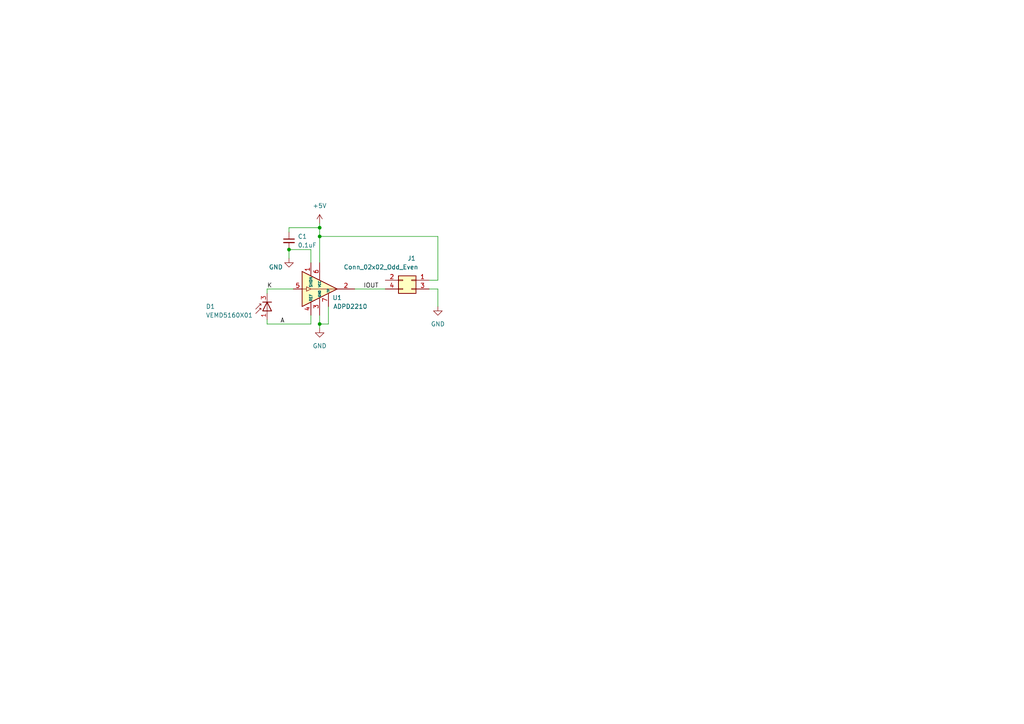
<source format=kicad_sch>
(kicad_sch (version 20230121) (generator eeschema)
  (paper "A4")
  (lib_symbols
    (symbol "Connector_Generic:Conn_02x02_Odd_Even" (pin_names (offset 1.016) hide)
      (property "Reference" "J" (at 1.27 2.54 0))
      (property "Value" "Conn_02x02_Odd_Even" (at 1.27 -5.08 0))
      (symbol "Conn_02x02_Odd_Even_1_1"
        (rectangle (start -1.27 -2.413) (end 0 -2.667) (stroke (width 0.1524)))
        (rectangle (start -1.27 0.127) (end 0 -0.127) (stroke (width 0.1524)))
        (rectangle (start -1.27 1.27) (end 3.81 -3.81) (stroke (width 0.254)) (fill (type background)))
        (rectangle (start 3.81 -2.413) (end 2.54 -2.667) (stroke (width 0.1524)))
        (rectangle (start 3.81 0.127) (end 2.54 -0.127) (stroke (width 0.1524)))
        (pin passive line (at -5.08 0 0) (length 3.81) (name "Pin_1") (number "1"))
        (pin passive line (at 7.62 0 180) (length 3.81) (name "Pin_2") (number "2"))
        (pin passive line (at -5.08 -2.54 0) (length 3.81) (name "Pin_3") (number "3"))
        (pin passive line (at 7.62 -2.54 180) (length 3.81) (name "Pin_4") (number "4"))
      )
    )
    (symbol "Device:C_Small" (pin_numbers hide) (pin_names (offset 0.254) hide)
      (property "Reference" "C" (at 0.254 1.778 0))
      (property "Value" "C_Small" (at 0.254 -2.032 0))
      (symbol "C_Small_0_1"
        (polyline (pts (xy -1.524 -0.508) (xy 1.524 -0.508)) (stroke (width 0.3302)))
        (polyline (pts (xy -1.524 0.508) (xy 1.524 0.508)) (stroke (width 0.3048)))
      )
      (symbol "C_Small_1_1"
        (pin passive line (at 0 2.54 270) (length 2.032) (name "~") (number "1"))
        (pin passive line (at 0 -2.54 90) (length 2.032) (name "~") (number "2"))
      )
    )
    (symbol "my_current_amp:ADPD2210" (pin_names (offset 0.127))
      (property "Reference" "U" (at 3.81 5.08 0))
      (property "Value" "ADPD2210" (at 3.81 3.175 0))
      (symbol "ADPD2210_0_1"
        (polyline (pts (xy -3.81 0) (xy -5.08 0)))
        (polyline (pts (xy -2.54 0) (xy 5.08 0)))
        (polyline (pts (xy -5.08 5.08) (xy 5.08 0) (xy -5.08 -5.08) (xy -5.08 5.08)) (stroke (width 0.254)) (fill (type background)))
        (polyline (pts (xy -3.81 -0.635) (xy -3.81 0.635) (xy -2.54 0) (xy -3.81 -0.635)))
      )
      (symbol "ADPD2210_1_1"
        (pin power_in line (at -2.54 7.62 270) (length 3.81) (name "SHDN") (number "1"))
        (pin output line (at 10.16 0 180) (length 5.08) (name "~") (number "2"))
        (pin passive line (at 0 -7.62 90) (length 5.08) (name "GND") (number "3"))
        (pin power_in line (at -2.54 -7.62 90) (length 3.81) (name "REF") (number "4"))
        (pin input line (at -7.62 0 0) (length 2.54) (name "~") (number "5"))
        (pin passive line (at 0 7.62 270) (length 5.08) (name "VCC") (number "6"))
        (pin power_in line (at 2.54 -5.08 90) (length 3.81) (name "TP") (number "7"))
      )
    )
    (symbol "my_photodiode:VEMD5160X01" (pin_names hide)
      (property "Reference" "D1" (at -1.27 17.78 90))
      (property "Value" "VEMD5160X01" (at 1.27 17.78 90))
      (symbol "VEMD5160X01_0_1"
        (polyline (pts (xy -2.54 1.27) (xy -2.54 -1.27)) (stroke (width 0.254)))
        (polyline (pts (xy -2.032 1.778) (xy -1.524 1.778)))
        (polyline (pts (xy 0 0) (xy -2.54 0)))
        (polyline (pts (xy -0.508 3.302) (xy -2.032 1.778) (xy -2.032 2.286)))
        (polyline (pts (xy 0 -1.27) (xy 0 1.27) (xy -2.54 0) (xy 0 -1.27)) (stroke (width 0.254)))
        (polyline (pts (xy 0.762 3.302) (xy -0.762 1.778) (xy -0.762 2.286) (xy -0.762 1.778) (xy -0.254 1.778)))
      )
      (symbol "VEMD5160X01_1_1"
        (pin passive line (at 2.54 0 180) (length 2.54) (name "A") (number "1"))
        (pin passive line (at -5.08 0 0) (length 2.54) (name "K") (number "3"))
        (pin passive line (at -5.08 0 0) (length 2.54) hide (name "K") (number "4"))
      )
    )
    (symbol "power:+5V" (power) (pin_names (offset 0))
      (property "Value" "+5V" (at 0 3.556 0))
      (symbol "+5V_0_1"
        (polyline (pts (xy -0.762 1.27) (xy 0 2.54)))
        (polyline (pts (xy 0 0) (xy 0 2.54)))
        (polyline (pts (xy 0 2.54) (xy 0.762 1.27)))
      )
      (symbol "+5V_1_1"
        (pin power_in line (at 0 0 90) (length 0) hide (name "+5V") (number "1"))
      )
    )
    (symbol "power:GND" (power) (pin_names (offset 0))
      (property "Value" "GND" (at 0 -3.81 0))
      (symbol "GND_0_1"
        (polyline (pts (xy 0 0) (xy 0 -1.27) (xy 1.27 -1.27) (xy 0 -2.54) (xy -1.27 -1.27) (xy 0 -1.27)))
      )
      (symbol "GND_1_1"
        (pin power_in line (at 0 0 270) (length 0) hide (name "GND") (number "1"))
      )
    )
  )
  (junction (at 92.71 93.98))
  (junction (at 92.71 66.04))
  (junction (at 92.71 68.58))
  (junction (at 83.82 72.39))
  (wire (pts (xy 77.47 83.82) (xy 85.09 83.82)))
  (wire (pts (xy 92.71 68.58) (xy 127 68.58)))
  (wire (pts (xy 92.71 68.58) (xy 92.71 76.2)))
  (wire (pts (xy 92.71 95.25) (xy 92.71 93.98)))
  (wire (pts (xy 77.47 93.98) (xy 90.17 93.98)))
  (wire (pts (xy 102.87 83.82) (xy 111.76 83.82)))
  (wire (pts (xy 83.82 66.04) (xy 92.71 66.04)))
  (wire (pts (xy 127 83.82) (xy 124.46 83.82)))
  (wire (pts (xy 77.47 85.09) (xy 77.47 83.82)))
  (wire (pts (xy 92.71 93.98) (xy 95.25 93.98)))
  (wire (pts (xy 83.82 67.31) (xy 83.82 66.04)))
  (wire (pts (xy 90.17 91.44) (xy 90.17 93.98)))
  (wire (pts (xy 95.25 93.98) (xy 95.25 88.9)))
  (wire (pts (xy 77.47 93.98) (xy 77.47 92.71)))
  (wire (pts (xy 83.82 74.93) (xy 83.82 72.39)))
  (wire (pts (xy 127 81.28) (xy 127 68.58)))
  (wire (pts (xy 92.71 93.98) (xy 92.71 91.44)))
  (wire (pts (xy 92.71 66.04) (xy 92.71 68.58)))
  (wire (pts (xy 83.82 72.39) (xy 90.17 72.39)))
  (wire (pts (xy 127 88.9) (xy 127 83.82)))
  (wire (pts (xy 92.71 66.04) (xy 92.71 64.77)))
  (wire (pts (xy 90.17 76.2) (xy 90.17 72.39)))
  (wire (pts (xy 127 81.28) (xy 124.46 81.28)))
  (label "K" (at 77.47 83.82 0))
  (label "IOUT" (at 105.41 83.82 0))
  (label "A" (at 81.28 93.98 0))
  (symbol (lib_id "Connector_Generic:Conn_02x02_Odd_Even") (at 119.38 81.28 0) (mirror y) (unit 1)
    (property "Reference" "J1" (at 119.38 74.93 0))
    (property "Value" "Conn_02x02_Odd_Even" (at 110.49 77.47 0))
    (property "Footprint" "my_header:PinHeader_2x02_P1.27mm_compact" (effects hide))
  )
  (symbol (lib_id "my_photodiode:VEMD5160X01") (at 77.47 90.17 90) (mirror x) (unit 1)
    (property "Reference" "D1" (at 59.69 88.9 90) (effects (justify right)))
    (property "Value" "VEMD5160X01" (at 59.69 91.44 90) (effects (justify right)))
    (property "Footprint" "my_photodiode:VEMD-4-4.1x5.2mm" (effects hide))
  )
  (symbol (lib_id "power:+5V") (at 92.71 64.77 0) (unit 1)
    (property "Reference" "#PWR03" (effects hide))
    (property "Value" "+5V" (at 92.71 59.69 0))
  )
  (symbol (lib_id "Device:C_Small") (at 83.82 69.85 0) (unit 1)
    (property "Reference" "C1" (at 86.36 68.5863 0) (effects (justify left)))
    (property "Value" "0.1uF" (at 86.36 71.1263 0) (effects (justify left)))
    (property "Footprint" "Capacitor_SMD:C_0402_1005Metric" (effects hide))
  )
  (symbol (lib_id "power:GND") (at 83.82 74.93 0) (unit 1)
    (property "Reference" "#PWR01" (effects hide))
    (property "Value" "GND" (at 80.01 77.47 0))
  )
  (symbol (lib_id "my_current_amp:ADPD2210") (at 92.71 83.82 0) (unit 1)
    (property "Reference" "U1" (at 97.79 86.36 0))
    (property "Value" "ADPD2210" (at 101.6 88.9 0))
    (property "Footprint" "my_lfcsp:LFCSP-6-2x2mm" (effects hide))
    (property "Datasheet" "https://www.analog.com/media/en/technical-documentation/data-sheets/ADA4530-1.pdf" (effects hide))
  )
  (symbol (lib_id "power:GND") (at 92.71 95.25 0) (unit 1)
    (property "Reference" "#PWR02" (effects hide))
    (property "Value" "GND" (at 92.71 100.33 0))
  )
  (symbol (lib_id "power:GND") (at 127 88.9 0) (unit 1)
    (property "Reference" "#PWR04" (effects hide))
    (property "Value" "GND" (at 127 93.98 0))
  )
)
</source>
